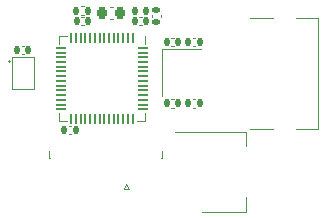
<source format=gbr>
%TF.GenerationSoftware,KiCad,Pcbnew,6.0.4*%
%TF.CreationDate,2022-06-04T16:46:40+08:00*%
%TF.ProjectId,holocubic,686f6c6f-6375-4626-9963-2e6b69636164,rev?*%
%TF.SameCoordinates,Original*%
%TF.FileFunction,Legend,Top*%
%TF.FilePolarity,Positive*%
%FSLAX46Y46*%
G04 Gerber Fmt 4.6, Leading zero omitted, Abs format (unit mm)*
G04 Created by KiCad (PCBNEW 6.0.4) date 2022-06-04 16:46:40*
%MOMM*%
%LPD*%
G01*
G04 APERTURE LIST*
G04 Aperture macros list*
%AMRoundRect*
0 Rectangle with rounded corners*
0 $1 Rounding radius*
0 $2 $3 $4 $5 $6 $7 $8 $9 X,Y pos of 4 corners*
0 Add a 4 corners polygon primitive as box body*
4,1,4,$2,$3,$4,$5,$6,$7,$8,$9,$2,$3,0*
0 Add four circle primitives for the rounded corners*
1,1,$1+$1,$2,$3*
1,1,$1+$1,$4,$5*
1,1,$1+$1,$6,$7*
1,1,$1+$1,$8,$9*
0 Add four rect primitives between the rounded corners*
20,1,$1+$1,$2,$3,$4,$5,0*
20,1,$1+$1,$4,$5,$6,$7,0*
20,1,$1+$1,$6,$7,$8,$9,0*
20,1,$1+$1,$8,$9,$2,$3,0*%
G04 Aperture macros list end*
%ADD10C,0.120000*%
%ADD11C,0.100000*%
%ADD12C,0.150000*%
%ADD13RoundRect,0.140000X0.140000X0.170000X-0.140000X0.170000X-0.140000X-0.170000X0.140000X-0.170000X0*%
%ADD14R,2.000000X1.500000*%
%ADD15R,2.000000X3.800000*%
%ADD16RoundRect,0.140000X-0.170000X0.140000X-0.170000X-0.140000X0.170000X-0.140000X0.170000X0.140000X0*%
%ADD17RoundRect,0.140000X-0.140000X-0.170000X0.140000X-0.170000X0.140000X0.170000X-0.140000X0.170000X0*%
%ADD18R,1.200000X1.400000*%
%ADD19C,0.650000*%
%ADD20R,1.450000X0.600000*%
%ADD21R,1.450000X0.300000*%
%ADD22O,1.600000X1.000000*%
%ADD23O,2.100000X1.000000*%
%ADD24RoundRect,0.147500X-0.147500X-0.172500X0.147500X-0.172500X0.147500X0.172500X-0.147500X0.172500X0*%
%ADD25RoundRect,0.050000X-0.050000X0.387500X-0.050000X-0.387500X0.050000X-0.387500X0.050000X0.387500X0*%
%ADD26RoundRect,0.050000X-0.387500X0.050000X-0.387500X-0.050000X0.387500X-0.050000X0.387500X0.050000X0*%
%ADD27R,5.600000X5.600000*%
%ADD28RoundRect,0.225000X0.225000X0.250000X-0.225000X0.250000X-0.225000X-0.250000X0.225000X-0.250000X0*%
%ADD29R,0.300000X1.100000*%
%ADD30R,2.300000X3.100000*%
%ADD31RoundRect,0.135000X-0.135000X-0.185000X0.135000X-0.185000X0.135000X0.185000X-0.135000X0.185000X0*%
%ADD32R,0.540000X0.540000*%
G04 APERTURE END LIST*
D10*
%TO.C,C17*%
X122007836Y-105940000D02*
X121792164Y-105940000D01*
X122007836Y-106660000D02*
X121792164Y-106660000D01*
%TO.C,U1*%
X140810000Y-120010000D02*
X140810000Y-118750000D01*
X137050000Y-120010000D02*
X140810000Y-120010000D01*
X140810000Y-113190000D02*
X140810000Y-114450000D01*
X134800000Y-113190000D02*
X140810000Y-113190000D01*
%TO.C,C10*%
X126007836Y-113410000D02*
X125792164Y-113410000D01*
X126007836Y-112690000D02*
X125792164Y-112690000D01*
%TO.C,C8*%
X132840000Y-103292164D02*
X132840000Y-103507836D01*
X133560000Y-103292164D02*
X133560000Y-103507836D01*
%TO.C,C7*%
X131742164Y-104210000D02*
X131957836Y-104210000D01*
X131742164Y-103490000D02*
X131957836Y-103490000D01*
%TO.C,Y1*%
X136950000Y-106200000D02*
X133650000Y-106200000D01*
X133650000Y-106200000D02*
X133650000Y-110200000D01*
%TO.C,C3*%
X134442164Y-110440000D02*
X134657836Y-110440000D01*
X134442164Y-111160000D02*
X134657836Y-111160000D01*
%TO.C,C9*%
X136292164Y-105240000D02*
X136507836Y-105240000D01*
X136292164Y-105960000D02*
X136507836Y-105960000D01*
%TO.C,C11*%
X136292164Y-111160000D02*
X136507836Y-111160000D01*
X136292164Y-110440000D02*
X136507836Y-110440000D01*
%TO.C,J2*%
X141100000Y-112950000D02*
X143100000Y-112950000D01*
X146900000Y-112950000D02*
X146900000Y-103550000D01*
X141100000Y-103550000D02*
X143100000Y-103550000D01*
X145000000Y-112950000D02*
X146900000Y-112950000D01*
X145000000Y-103550000D02*
X146900000Y-103550000D01*
%TO.C,U2*%
X132210000Y-111660000D02*
X132210000Y-112310000D01*
X124990000Y-111660000D02*
X124990000Y-112310000D01*
X124990000Y-112310000D02*
X125640000Y-112310000D01*
X124990000Y-105090000D02*
X125640000Y-105090000D01*
X132210000Y-105740000D02*
X132210000Y-105090000D01*
X124990000Y-105740000D02*
X124990000Y-105090000D01*
X132210000Y-112310000D02*
X131560000Y-112310000D01*
%TO.C,C2*%
X129528080Y-103660000D02*
X129246920Y-103660000D01*
X129528080Y-102640000D02*
X129246920Y-102640000D01*
%TO.C,J1*%
X130650000Y-117650000D02*
X130450000Y-118050000D01*
X130850000Y-118050000D02*
X130650000Y-117650000D01*
X124185000Y-115460000D02*
X124075000Y-115460000D01*
X130450000Y-118050000D02*
X130850000Y-118050000D01*
X124075000Y-115460000D02*
X124075000Y-114860000D01*
X133725000Y-115460000D02*
X133725000Y-114860000D01*
X133615000Y-115460000D02*
X133725000Y-115460000D01*
%TO.C,R1*%
X126783859Y-103330000D02*
X127091141Y-103330000D01*
X126783859Y-102570000D02*
X127091141Y-102570000D01*
%TO.C,C5*%
X127045336Y-103490000D02*
X126829664Y-103490000D01*
X127045336Y-104210000D02*
X126829664Y-104210000D01*
D11*
%TO.C,MK1*%
X120952100Y-106882400D02*
X122822900Y-106882400D01*
X122822900Y-106882400D02*
X122822900Y-109617600D01*
X122822900Y-109617600D02*
X120952100Y-109617600D01*
X120952100Y-109617600D02*
X120952100Y-106882400D01*
D12*
X120852100Y-107257400D02*
G75*
G03*
X120852100Y-107257400I-75000J0D01*
G01*
D10*
%TO.C,C6*%
X134442164Y-105960000D02*
X134657836Y-105960000D01*
X134442164Y-105240000D02*
X134657836Y-105240000D01*
%TD*%
%LPC*%
D13*
%TO.C,C17*%
X122380000Y-106300000D03*
X121420000Y-106300000D03*
%TD*%
D14*
%TO.C,U1*%
X135750000Y-114300000D03*
X135750000Y-116600000D03*
D15*
X142050000Y-116600000D03*
D14*
X135750000Y-118900000D03*
%TD*%
D13*
%TO.C,C10*%
X126380000Y-113050000D03*
X125420000Y-113050000D03*
%TD*%
D16*
%TO.C,C8*%
X133200000Y-102920000D03*
X133200000Y-103880000D03*
%TD*%
D17*
%TO.C,C7*%
X131370000Y-103850000D03*
X132330000Y-103850000D03*
%TD*%
D18*
%TO.C,Y1*%
X134450000Y-107100000D03*
X134450000Y-109300000D03*
X136150000Y-109300000D03*
X136150000Y-107100000D03*
%TD*%
D17*
%TO.C,C3*%
X134070000Y-110800000D03*
X135030000Y-110800000D03*
%TD*%
%TO.C,C9*%
X135920000Y-105600000D03*
X136880000Y-105600000D03*
%TD*%
%TO.C,C11*%
X135920000Y-110800000D03*
X136880000Y-110800000D03*
%TD*%
D19*
%TO.C,J2*%
X140400000Y-105360000D03*
X140400000Y-111140000D03*
D20*
X138955000Y-111500000D03*
X138955000Y-110700000D03*
D21*
X138955000Y-109500000D03*
X138955000Y-108500000D03*
X138955000Y-108000000D03*
X138955000Y-107000000D03*
D20*
X138955000Y-105800000D03*
X138955000Y-105000000D03*
X138955000Y-105000000D03*
X138955000Y-105800000D03*
D21*
X138955000Y-106500000D03*
X138955000Y-107500000D03*
X138955000Y-109000000D03*
X138955000Y-110000000D03*
D20*
X138955000Y-110700000D03*
X138955000Y-111500000D03*
D22*
X144050000Y-112570000D03*
D23*
X139870000Y-103930000D03*
D22*
X144050000Y-103930000D03*
D23*
X139870000Y-112570000D03*
%TD*%
D24*
%TO.C,L1*%
X131365000Y-102950000D03*
X132335000Y-102950000D03*
%TD*%
D25*
%TO.C,U2*%
X131200000Y-105262500D03*
X130800000Y-105262500D03*
X130400000Y-105262500D03*
X130000000Y-105262500D03*
X129600000Y-105262500D03*
X129200000Y-105262500D03*
X128800000Y-105262500D03*
X128400000Y-105262500D03*
X128000000Y-105262500D03*
X127600000Y-105262500D03*
X127200000Y-105262500D03*
X126800000Y-105262500D03*
X126400000Y-105262500D03*
X126000000Y-105262500D03*
D26*
X125162500Y-106100000D03*
X125162500Y-106500000D03*
X125162500Y-106900000D03*
X125162500Y-107300000D03*
X125162500Y-107700000D03*
X125162500Y-108100000D03*
X125162500Y-108500000D03*
X125162500Y-108900000D03*
X125162500Y-109300000D03*
X125162500Y-109700000D03*
X125162500Y-110100000D03*
X125162500Y-110500000D03*
X125162500Y-110900000D03*
X125162500Y-111300000D03*
D25*
X126000000Y-112137500D03*
X126400000Y-112137500D03*
X126800000Y-112137500D03*
X127200000Y-112137500D03*
X127600000Y-112137500D03*
X128000000Y-112137500D03*
X128400000Y-112137500D03*
X128800000Y-112137500D03*
X129200000Y-112137500D03*
X129600000Y-112137500D03*
X130000000Y-112137500D03*
X130400000Y-112137500D03*
X130800000Y-112137500D03*
X131200000Y-112137500D03*
D26*
X132037500Y-111300000D03*
X132037500Y-110900000D03*
X132037500Y-110500000D03*
X132037500Y-110100000D03*
X132037500Y-109700000D03*
X132037500Y-109300000D03*
X132037500Y-108900000D03*
X132037500Y-108500000D03*
X132037500Y-108100000D03*
X132037500Y-107700000D03*
X132037500Y-107300000D03*
X132037500Y-106900000D03*
X132037500Y-106500000D03*
X132037500Y-106100000D03*
D27*
X128600000Y-108700000D03*
%TD*%
D28*
%TO.C,C2*%
X130162500Y-103150000D03*
X128612500Y-103150000D03*
%TD*%
D29*
%TO.C,J1*%
X130650000Y-118850000D03*
X130150000Y-118850000D03*
X129650000Y-118850000D03*
X129150000Y-118850000D03*
X128650000Y-118850000D03*
X128150000Y-118850000D03*
X127650000Y-118850000D03*
X127150000Y-118850000D03*
D30*
X132320000Y-117150000D03*
X125480000Y-117150000D03*
%TD*%
D31*
%TO.C,R1*%
X126427500Y-102950000D03*
X127447500Y-102950000D03*
%TD*%
D13*
%TO.C,C5*%
X127417500Y-103850000D03*
X126457500Y-103850000D03*
%TD*%
D32*
%TO.C,MK1*%
X122387100Y-107307400D03*
X122387100Y-109207400D03*
X121377100Y-109207400D03*
X121377100Y-107307400D03*
%TD*%
D17*
%TO.C,C6*%
X134070000Y-105600000D03*
X135030000Y-105600000D03*
%TD*%
M02*

</source>
